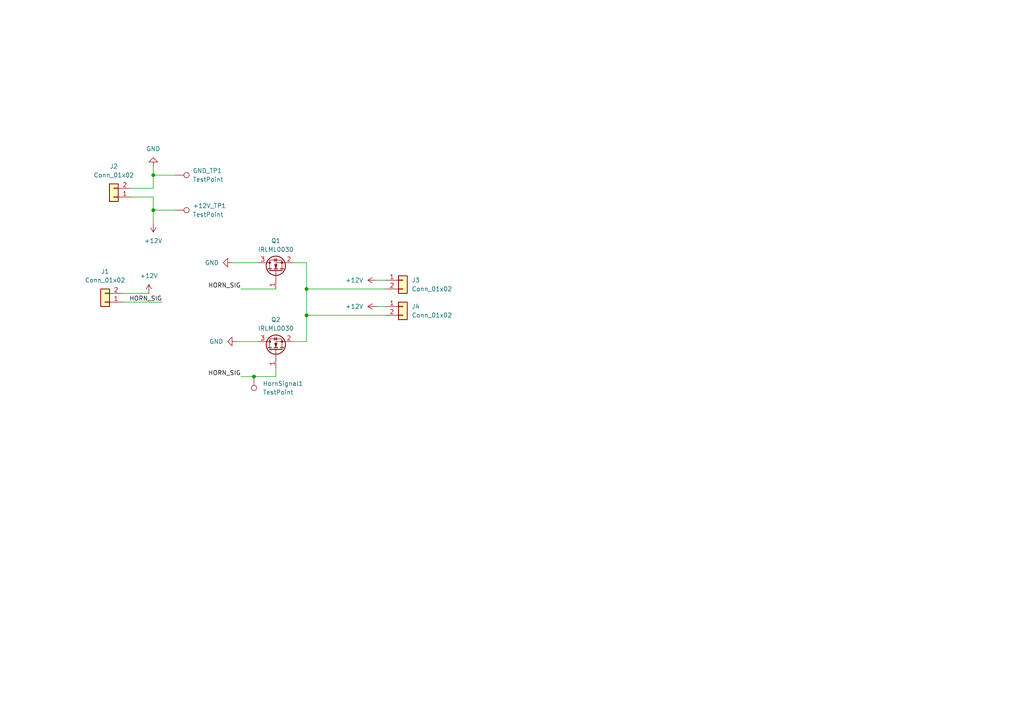
<source format=kicad_sch>
(kicad_sch (version 20231120) (generator "eeschema") (generator_version "8.0")
  (paper "A4")
  (lib_symbols
    (symbol "Connector:TestPoint" (pin_numbers hide) (pin_names (offset 0.762) hide)
      (property "Reference" "TP" (at 0 6.858 0))
      (property "Value" "TestPoint" (at 0 5.08 0))
      (symbol "TestPoint_0_1"
        (circle (center 0 3.302) (radius 0.762))
      )
      (symbol "TestPoint_1_1"
        (pin passive line (at 0 0 90) (length 2.54) (name "1") (number "1"))
      )
    )
    (symbol "Connector_Generic:Conn_01x02" (pin_names (offset 1.016) hide)
      (property "Reference" "J" (at 0 2.54 0))
      (property "Value" "Conn_01x02" (at 0 -5.08 0))
      (symbol "Conn_01x02_1_1"
        (rectangle (start -1.27 -2.413) (end 0 -2.667) (stroke (width 0.1524)))
        (rectangle (start -1.27 0.127) (end 0 -0.127) (stroke (width 0.1524)))
        (rectangle (start -1.27 1.27) (end 1.27 -3.81) (stroke (width 0.254)) (fill (type background)))
        (pin passive line (at -5.08 0 0) (length 3.81) (name "Pin_1") (number "1"))
        (pin passive line (at -5.08 -2.54 0) (length 3.81) (name "Pin_2") (number "2"))
      )
    )
    (symbol "Transistor_FET:IRLML0030" (pin_names hide)
      (property "Reference" "Q" (at 5.08 1.905 0))
      (property "Value" "IRLML0030" (at 5.08 0 0))
      (symbol "IRLML0030_0_1"
        (polyline (pts (xy 0.254 0) (xy -2.54 0)))
        (polyline (pts (xy 0.254 1.905) (xy 0.254 -1.905)) (stroke (width 0.254)))
        (polyline (pts (xy 0.762 -1.27) (xy 0.762 -2.286)) (stroke (width 0.254)))
        (polyline (pts (xy 0.762 0.508) (xy 0.762 -0.508)) (stroke (width 0.254)))
        (polyline (pts (xy 0.762 2.286) (xy 0.762 1.27)) (stroke (width 0.254)))
        (polyline (pts (xy 2.54 2.54) (xy 2.54 1.778)))
        (polyline (pts (xy 2.54 -2.54) (xy 2.54 0) (xy 0.762 0)))
        (polyline (pts (xy 0.762 -1.778) (xy 3.302 -1.778) (xy 3.302 1.778) (xy 0.762 1.778)))
        (polyline (pts (xy 1.016 0) (xy 2.032 0.381) (xy 2.032 -0.381) (xy 1.016 0)) (fill (type outline)))
        (polyline (pts (xy 2.794 0.508) (xy 2.921 0.381) (xy 3.683 0.381) (xy 3.81 0.254)))
        (polyline (pts (xy 3.302 0.381) (xy 2.921 -0.254) (xy 3.683 -0.254) (xy 3.302 0.381)))
        (circle (center 1.651 0) (radius 2.794) (stroke (width 0.254)))
        (circle (center 2.54 -1.778) (radius 0.254) (fill (type outline)))
        (circle (center 2.54 1.778) (radius 0.254) (fill (type outline)))
      )
      (symbol "IRLML0030_1_1"
        (pin input line (at -5.08 0 0) (length 2.54) (name "G") (number "1"))
        (pin passive line (at 2.54 -5.08 90) (length 2.54) (name "S") (number "2"))
        (pin passive line (at 2.54 5.08 270) (length 2.54) (name "D") (number "3"))
      )
    )
    (symbol "power:+12V" (power) (pin_numbers hide) (pin_names (offset 0) hide)
      (property "Value" "+12V" (at 0 3.556 0))
      (symbol "+12V_0_1"
        (polyline (pts (xy -0.762 1.27) (xy 0 2.54)))
        (polyline (pts (xy 0 0) (xy 0 2.54)))
        (polyline (pts (xy 0 2.54) (xy 0.762 1.27)))
      )
      (symbol "+12V_1_1"
        (pin power_in line (at 0 0 90) (length 0) (name "~") (number "1"))
      )
    )
    (symbol "power:GND" (power) (pin_numbers hide) (pin_names (offset 0) hide)
      (property "Value" "GND" (at 0 -3.81 0))
      (symbol "GND_0_1"
        (polyline (pts (xy 0 0) (xy 0 -1.27) (xy 1.27 -1.27) (xy 0 -2.54) (xy -1.27 -1.27) (xy 0 -1.27)))
      )
      (symbol "GND_1_1"
        (pin power_in line (at 0 0 270) (length 0) (name "~") (number "1"))
      )
    )
  )
  (junction (at 44.45 50.8))
  (junction (at 73.66 109.22))
  (junction (at 44.45 60.96))
  (junction (at 88.9 83.82))
  (junction (at 88.9 91.44))
  (wire (pts (xy 43.18 85.09) (xy 35.56 85.09)))
  (wire (pts (xy 85.09 76.2) (xy 88.9 76.2)))
  (wire (pts (xy 35.56 87.63) (xy 46.99 87.63)))
  (wire (pts (xy 80.01 83.82) (xy 69.85 83.82)))
  (wire (pts (xy 88.9 91.44) (xy 111.76 91.44)))
  (wire (pts (xy 73.66 109.22) (xy 69.85 109.22)))
  (wire (pts (xy 109.22 81.28) (xy 111.76 81.28)))
  (wire (pts (xy 88.9 76.2) (xy 88.9 83.82)))
  (wire (pts (xy 68.58 99.06) (xy 74.93 99.06)))
  (wire (pts (xy 38.1 54.61) (xy 44.45 54.61)))
  (wire (pts (xy 38.1 57.15) (xy 44.45 57.15)))
  (wire (pts (xy 44.45 57.15) (xy 44.45 60.96)))
  (wire (pts (xy 80.01 106.68) (xy 80.01 109.22)))
  (wire (pts (xy 80.01 109.22) (xy 73.66 109.22)))
  (wire (pts (xy 88.9 91.44) (xy 88.9 99.06)))
  (wire (pts (xy 67.31 76.2) (xy 74.93 76.2)))
  (wire (pts (xy 44.45 54.61) (xy 44.45 50.8)))
  (wire (pts (xy 88.9 99.06) (xy 85.09 99.06)))
  (wire (pts (xy 44.45 60.96) (xy 50.8 60.96)))
  (wire (pts (xy 44.45 50.8) (xy 50.8 50.8)))
  (wire (pts (xy 44.45 50.8) (xy 44.45 48.26)))
  (wire (pts (xy 44.45 60.96) (xy 44.45 64.77)))
  (wire (pts (xy 88.9 83.82) (xy 111.76 83.82)))
  (wire (pts (xy 88.9 83.82) (xy 88.9 91.44)))
  (wire (pts (xy 109.22 88.9) (xy 111.76 88.9)))
  (label "HORN_SIG" (at 69.85 83.82 180))
  (label "HORN_SIG" (at 46.99 87.63 180))
  (label "HORN_SIG" (at 69.85 109.22 180))
  (symbol (lib_id "power:+12V") (at 43.18 85.09 0) (mirror y) (unit 1)
    (property "Reference" "#PWR04" (effects (hide yes)))
    (property "Value" "+12V" (at 43.18 80.01 0))
    (property "Description" "Power symbol creates a global label with name \"+12V\"" (effects (hide yes)))
  )
  (symbol (lib_id "Transistor_FET:IRLML0030") (at 80.01 101.6 90) (unit 1)
    (property "Reference" "Q2" (at 80.01 92.71 90))
    (property "Value" "IRLML0030" (at 80.01 95.25 90))
    (property "Footprint" "Package_TO_SOT_SMD:SOT-23" (effects (hide yes)))
    (property "Datasheet" "https://www.infineon.com/dgdl/irlml0030pbf.pdf?fileId=5546d462533600a401535664773825df" (effects (hide yes)))
    (property "Description" "5.3A Id, 30V Vds, 27mOhm Rds, N-Channel HEXFET Power MOSFET, SOT-23" (effects (hide yes)))
  )
  (symbol (lib_id "Connector_Generic:Conn_01x02") (at 30.48 87.63 180) (unit 1)
    (property "Reference" "J1" (at 30.48 78.74 0))
    (property "Value" "Conn_01x02" (at 30.48 81.28 0))
    (property "Footprint" "UTSVT_Connectors:Molex_MicroFit3.0_1x2xP3.00mm_PolarizingPeg_Vertical" (effects (hide yes)))
    (property "Description" "Generic connector, single row, 01x02, script generated (kicad-library-utils/schlib/autogen/connector/)" (effects (hide yes)))
  )
  (symbol (lib_id "power:+12V") (at 109.22 81.28 90) (unit 1)
    (property "Reference" "#PWR02" (effects (hide yes)))
    (property "Value" "+12V" (at 105.41 81.2799 90) (effects (justify left)))
    (property "Description" "Power symbol creates a global label with name \"+12V\"" (effects (hide yes)))
  )
  (symbol (lib_id "Connector_Generic:Conn_01x02") (at 116.84 88.9 0) (unit 1)
    (property "Reference" "J4" (at 119.38 88.8999 0) (effects (justify left)))
    (property "Value" "Conn_01x02" (at 119.38 91.4399 0) (effects (justify left)))
    (property "Footprint" "UTSVT_Connectors:Molex_MicroFit3.0_1x2xP3.00mm_PolarizingPeg_Vertical" (effects (hide yes)))
    (property "Description" "Generic connector, single row, 01x02, script generated (kicad-library-utils/schlib/autogen/connector/)" (effects (hide yes)))
  )
  (symbol (lib_id "power:+12V") (at 109.22 88.9 90) (unit 1)
    (property "Reference" "#PWR03" (effects (hide yes)))
    (property "Value" "+12V" (at 105.41 88.8999 90) (effects (justify left)))
    (property "Description" "Power symbol creates a global label with name \"+12V\"" (effects (hide yes)))
  )
  (symbol (lib_id "power:GND") (at 68.58 99.06 270) (unit 1)
    (property "Reference" "#PWR0106" (effects (hide yes)))
    (property "Value" "GND" (at 64.77 99.0599 90) (effects (justify right)))
    (property "Description" "Power symbol creates a global label with name \"GND\" , ground" (effects (hide yes)))
  )
  (symbol (lib_id "Transistor_FET:IRLML0030") (at 80.01 78.74 90) (unit 1)
    (property "Reference" "Q1" (at 80.01 69.85 90))
    (property "Value" "IRLML0030" (at 80.01 72.39 90))
    (property "Footprint" "Package_TO_SOT_SMD:SOT-23" (effects (hide yes)))
    (property "Datasheet" "https://www.infineon.com/dgdl/irlml0030pbf.pdf?fileId=5546d462533600a401535664773825df" (effects (hide yes)))
    (property "Description" "5.3A Id, 30V Vds, 27mOhm Rds, N-Channel HEXFET Power MOSFET, SOT-23" (effects (hide yes)))
  )
  (symbol (lib_id "power:GND") (at 44.45 48.26 180) (unit 1)
    (property "Reference" "#PWR0103" (effects (hide yes)))
    (property "Value" "GND" (at 44.45 43.18 0))
    (property "Description" "Power symbol creates a global label with name \"GND\" , ground" (effects (hide yes)))
  )
  (symbol (lib_id "Connector_Generic:Conn_01x02") (at 33.02 57.15 180) (unit 1)
    (property "Reference" "J2" (at 33.02 48.26 0))
    (property "Value" "Conn_01x02" (at 33.02 50.8 0))
    (property "Footprint" "UTSVT_Connectors:Molex_MicroFit3.0_1x2xP3.00mm_PolarizingPeg_Vertical" (effects (hide yes)))
    (property "Description" "Generic connector, single row, 01x02, script generated (kicad-library-utils/schlib/autogen/connector/)" (effects (hide yes)))
  )
  (symbol (lib_id "Connector:TestPoint") (at 50.8 60.96 270) (unit 1)
    (property "Reference" "+12V_TP1" (at 55.88 59.6899 90) (effects (justify left)))
    (property "Value" "TestPoint" (at 55.88 62.2299 90) (effects (justify left)))
    (property "Footprint" "UTSVT_Special:TestPoint_HEX_3mmID" (effects (hide yes)))
    (property "Description" "test point" (effects (hide yes)))
  )
  (symbol (lib_id "Connector_Generic:Conn_01x02") (at 116.84 81.28 0) (unit 1)
    (property "Reference" "J3" (at 119.38 81.2799 0) (effects (justify left)))
    (property "Value" "Conn_01x02" (at 119.38 83.8199 0) (effects (justify left)))
    (property "Footprint" "UTSVT_Connectors:Molex_MicroFit3.0_1x2xP3.00mm_PolarizingPeg_Vertical" (effects (hide yes)))
    (property "Description" "Generic connector, single row, 01x02, script generated (kicad-library-utils/schlib/autogen/connector/)" (effects (hide yes)))
  )
  (symbol (lib_id "Connector:TestPoint") (at 73.66 109.22 180) (unit 1)
    (property "Reference" "HornSignal1" (at 76.2 111.2519 0) (effects (justify right)))
    (property "Value" "TestPoint" (at 76.2 113.7919 0) (effects (justify right)))
    (property "Footprint" "UTSVT_Special:TestPoint_HEX_3mmID" (effects (hide yes)))
    (property "Description" "test point" (effects (hide yes)))
  )
  (symbol (lib_id "power:GND") (at 67.31 76.2 270) (unit 1)
    (property "Reference" "#PWR01" (effects (hide yes)))
    (property "Value" "GND" (at 63.5 76.1999 90) (effects (justify right)))
    (property "Description" "Power symbol creates a global label with name \"GND\" , ground" (effects (hide yes)))
  )
  (symbol (lib_id "power:+12V") (at 44.45 64.77 180) (unit 1)
    (property "Reference" "#PWR0105" (effects (hide yes)))
    (property "Value" "+12V" (at 44.45 69.85 0))
    (property "Description" "Power symbol creates a global label with name \"+12V\"" (effects (hide yes)))
  )
  (symbol (lib_id "Connector:TestPoint") (at 50.8 50.8 270) (unit 1)
    (property "Reference" "GND_TP1" (at 55.88 49.5299 90) (effects (justify left)))
    (property "Value" "TestPoint" (at 55.88 52.0699 90) (effects (justify left)))
    (property "Footprint" "UTSVT_Special:TestPoint_HEX_3mmID" (effects (hide yes)))
    (property "Description" "test point" (effects (hide yes)))
  )
)
</source>
